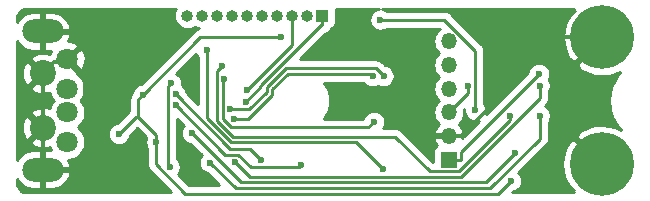
<source format=gbl>
G04 #@! TF.GenerationSoftware,KiCad,Pcbnew,(5.1.2-1)-1*
G04 #@! TF.CreationDate,2019-05-24T13:24:50+02:00*
G04 #@! TF.ProjectId,XoomFloppy,586f6f6d-466c-46f7-9070-792e6b696361,1.1*
G04 #@! TF.SameCoordinates,Original*
G04 #@! TF.FileFunction,Copper,L2,Bot*
G04 #@! TF.FilePolarity,Positive*
%FSLAX46Y46*%
G04 Gerber Fmt 4.6, Leading zero omitted, Abs format (unit mm)*
G04 Created by KiCad (PCBNEW (5.1.2-1)-1) date 2019-05-24 13:24:50*
%MOMM*%
%LPD*%
G04 APERTURE LIST*
%ADD10C,1.800000*%
%ADD11C,2.200000*%
%ADD12O,3.500000X2.000000*%
%ADD13C,5.400000*%
%ADD14R,1.350000X1.350000*%
%ADD15O,1.350000X1.350000*%
%ADD16R,1.000000X1.000000*%
%ADD17O,1.000000X1.000000*%
%ADD18C,0.700000*%
%ADD19C,0.600000*%
%ADD20C,0.350000*%
%ADD21C,0.250000*%
%ADD22C,0.254000*%
G04 APERTURE END LIST*
D10*
X105500000Y-81500000D03*
X105500000Y-79000000D03*
X105500000Y-77000000D03*
X105500000Y-74500000D03*
D11*
X103400000Y-80300000D03*
X103400000Y-75700000D03*
D12*
X103400000Y-83850000D03*
X103400000Y-72150000D03*
D13*
X150750000Y-83400000D03*
X150800000Y-72600000D03*
D14*
X137800000Y-83000000D03*
D15*
X137800000Y-81000000D03*
X137800000Y-79000000D03*
X137800000Y-77000000D03*
X137800000Y-75000000D03*
X137800000Y-73000000D03*
D16*
X127100000Y-70800000D03*
D17*
X125830000Y-70800000D03*
X124560000Y-70800000D03*
X123290000Y-70800000D03*
X122020000Y-70800000D03*
X120750000Y-70800000D03*
X119480000Y-70800000D03*
X118210000Y-70800000D03*
X116940000Y-70800000D03*
X115670000Y-70800000D03*
D18*
X106985000Y-78000000D03*
D19*
X116200000Y-76700000D03*
X117300000Y-84900000D03*
X121904900Y-83028200D03*
X114681700Y-77485800D03*
X125288500Y-83481400D03*
X114663000Y-78414100D03*
X120602900Y-78122400D03*
X120694400Y-77137000D03*
X145441800Y-75719200D03*
X139424000Y-76730000D03*
X116053000Y-80765900D03*
X143414700Y-82415200D03*
X117576900Y-83256300D03*
X145502900Y-79270000D03*
X145492400Y-76730000D03*
X119705600Y-83238600D03*
X118633400Y-75084500D03*
X142950800Y-79270000D03*
X132273700Y-75924700D03*
X119280200Y-78750800D03*
X131337000Y-75926400D03*
X119623100Y-79547300D03*
X131470200Y-79792100D03*
X118803300Y-76160000D03*
X143056200Y-84800000D03*
X123625100Y-72648600D03*
X113023400Y-81488100D03*
X111869600Y-77530000D03*
X109863200Y-80827800D03*
X114174300Y-83624600D03*
X114278400Y-76556600D03*
X131986600Y-71163400D03*
X140052800Y-78842300D03*
X132193700Y-83831900D03*
X117287900Y-73752300D03*
D20*
X105500000Y-74771400D02*
X104328600Y-74771400D01*
X104328600Y-74771400D02*
X103400000Y-75700000D01*
X106985000Y-78000000D02*
X106985000Y-76256400D01*
X106985000Y-76256400D02*
X105500000Y-74771400D01*
X105500000Y-74500000D02*
X105500000Y-74771400D01*
X103400000Y-75700000D02*
X103400000Y-80300000D01*
X137800000Y-81000000D02*
X138850300Y-81000000D01*
X150800000Y-72600000D02*
X147250300Y-72600000D01*
X147250300Y-72600000D02*
X138850300Y-81000000D01*
X103400000Y-80300000D02*
X103400000Y-83850000D01*
D21*
X114681700Y-77485800D02*
X119280400Y-82084500D01*
X119280400Y-82084500D02*
X120961200Y-82084500D01*
X120961200Y-82084500D02*
X121904900Y-83028200D01*
X125288500Y-83481400D02*
X125113400Y-83656500D01*
X125113400Y-83656500D02*
X121007900Y-83656500D01*
X121007900Y-83656500D02*
X119964700Y-82613300D01*
X119964700Y-82613300D02*
X118862200Y-82613300D01*
X118862200Y-82613300D02*
X114663000Y-78414100D01*
X127100000Y-71625300D02*
X126983100Y-71625300D01*
X126983100Y-71625300D02*
X121924100Y-76684300D01*
X121924100Y-76684300D02*
X121924100Y-76801200D01*
X121924100Y-76801200D02*
X120602900Y-78122400D01*
X127100000Y-70800000D02*
X127100000Y-71625300D01*
X120694400Y-77137000D02*
X124560000Y-73271400D01*
X124560000Y-73271400D02*
X124560000Y-70800000D01*
X145441800Y-75719200D02*
X138800300Y-82360700D01*
X138800300Y-82360700D02*
X138800300Y-83000000D01*
X137800000Y-83000000D02*
X138800300Y-83000000D01*
X137800000Y-79000000D02*
X139424000Y-77376000D01*
X139424000Y-77376000D02*
X139424000Y-76730000D01*
X143414700Y-82415200D02*
X140908600Y-84921300D01*
X140908600Y-84921300D02*
X120208400Y-84921300D01*
X120208400Y-84921300D02*
X116053000Y-80765900D01*
X117576900Y-83256300D02*
X119743800Y-85423200D01*
X119743800Y-85423200D02*
X141317100Y-85423200D01*
X141317100Y-85423200D02*
X145502900Y-81237400D01*
X145502900Y-81237400D02*
X145502900Y-79270000D01*
X119705600Y-83238600D02*
X120928700Y-84461700D01*
X120928700Y-84461700D02*
X138831800Y-84461700D01*
X138831800Y-84461700D02*
X145492400Y-77801100D01*
X145492400Y-77801100D02*
X145492400Y-76730000D01*
X142950800Y-79270000D02*
X142950800Y-79689500D01*
X142950800Y-79689500D02*
X138639900Y-84000400D01*
X138639900Y-84000400D02*
X136188600Y-84000400D01*
X136188600Y-84000400D02*
X133282300Y-81094100D01*
X133282300Y-81094100D02*
X119563800Y-81094100D01*
X119563800Y-81094100D02*
X118177900Y-79708200D01*
X118177900Y-79708200D02*
X118177900Y-75540000D01*
X118177900Y-75540000D02*
X118633400Y-75084500D01*
X132273700Y-75924700D02*
X131623400Y-75274400D01*
X131623400Y-75274400D02*
X123970900Y-75274400D01*
X123970900Y-75274400D02*
X122374400Y-76870900D01*
X122374400Y-76870900D02*
X122374400Y-77269000D01*
X122374400Y-77269000D02*
X120892600Y-78750800D01*
X120892600Y-78750800D02*
X119280200Y-78750800D01*
X119623100Y-79547300D02*
X120776800Y-79547300D01*
X120776800Y-79547300D02*
X122824700Y-77499400D01*
X122824700Y-77499400D02*
X122824700Y-77057500D01*
X122824700Y-77057500D02*
X124157500Y-75724700D01*
X124157500Y-75724700D02*
X131135300Y-75724700D01*
X131135300Y-75724700D02*
X131337000Y-75926400D01*
X131470200Y-79792100D02*
X130979700Y-80282600D01*
X130979700Y-80282600D02*
X119394500Y-80282600D01*
X119394500Y-80282600D02*
X118649600Y-79537700D01*
X118649600Y-79537700D02*
X118649600Y-76313700D01*
X118649600Y-76313700D02*
X118803300Y-76160000D01*
X113023400Y-81488100D02*
X113023400Y-83408800D01*
X113023400Y-83408800D02*
X115488200Y-85873600D01*
X115488200Y-85873600D02*
X141982600Y-85873600D01*
X141982600Y-85873600D02*
X143056200Y-84800000D01*
X111521200Y-79395700D02*
X113023400Y-80897900D01*
X113023400Y-80897900D02*
X113023400Y-81488100D01*
X111869600Y-77530000D02*
X116751000Y-72648600D01*
X116751000Y-72648600D02*
X123625100Y-72648600D01*
X111521200Y-79395700D02*
X111521200Y-77878400D01*
X111521200Y-77878400D02*
X111869600Y-77530000D01*
X111521200Y-79395700D02*
X111295300Y-79395700D01*
X111295300Y-79395700D02*
X109863200Y-80827800D01*
X114174300Y-83624600D02*
X114009700Y-83460000D01*
X114009700Y-83460000D02*
X114009700Y-76825300D01*
X114009700Y-76825300D02*
X114278400Y-76556600D01*
X131986600Y-71163400D02*
X137423700Y-71163400D01*
X137423700Y-71163400D02*
X140052800Y-73792500D01*
X140052800Y-73792500D02*
X140052800Y-78842300D01*
X117287900Y-73752300D02*
X117287900Y-79455100D01*
X117287900Y-79455100D02*
X119377300Y-81544500D01*
X119377300Y-81544500D02*
X129906300Y-81544500D01*
X129906300Y-81544500D02*
X132193700Y-83831900D01*
D22*
G36*
X114616324Y-70363553D02*
G01*
X114551423Y-70577501D01*
X114529509Y-70800000D01*
X114551423Y-71022499D01*
X114616324Y-71236447D01*
X114721716Y-71433623D01*
X114863551Y-71606449D01*
X115036377Y-71748284D01*
X115233553Y-71853676D01*
X115447501Y-71918577D01*
X115614248Y-71935000D01*
X115725752Y-71935000D01*
X115892499Y-71918577D01*
X116106447Y-71853676D01*
X116303623Y-71748284D01*
X116305000Y-71747154D01*
X116306377Y-71748284D01*
X116503553Y-71853676D01*
X116641962Y-71895662D01*
X116602014Y-71899597D01*
X116485304Y-71935000D01*
X116458753Y-71943054D01*
X116326723Y-72013626D01*
X116279268Y-72052572D01*
X116210999Y-72108599D01*
X116187201Y-72137597D01*
X111717952Y-76606847D01*
X111596871Y-76630932D01*
X111426711Y-76701414D01*
X111273572Y-76803738D01*
X111143338Y-76933972D01*
X111041014Y-77087111D01*
X110970532Y-77257271D01*
X110945819Y-77381511D01*
X110886226Y-77454124D01*
X110815654Y-77586154D01*
X110797764Y-77645133D01*
X110772198Y-77729414D01*
X110764977Y-77802729D01*
X110757524Y-77878400D01*
X110761201Y-77915732D01*
X110761200Y-78850856D01*
X110755299Y-78855699D01*
X110731501Y-78884697D01*
X109711551Y-79904647D01*
X109590471Y-79928732D01*
X109420311Y-79999214D01*
X109267172Y-80101538D01*
X109136938Y-80231772D01*
X109034614Y-80384911D01*
X108964132Y-80555071D01*
X108928200Y-80735711D01*
X108928200Y-80919889D01*
X108964132Y-81100529D01*
X109034614Y-81270689D01*
X109136938Y-81423828D01*
X109267172Y-81554062D01*
X109420311Y-81656386D01*
X109590471Y-81726868D01*
X109771111Y-81762800D01*
X109955289Y-81762800D01*
X110135929Y-81726868D01*
X110306089Y-81656386D01*
X110459228Y-81554062D01*
X110589462Y-81423828D01*
X110691786Y-81270689D01*
X110762268Y-81100529D01*
X110786353Y-80979449D01*
X111408250Y-80357551D01*
X112165846Y-81115147D01*
X112124332Y-81215371D01*
X112088400Y-81396011D01*
X112088400Y-81580189D01*
X112124332Y-81760829D01*
X112194814Y-81930989D01*
X112263400Y-82033636D01*
X112263401Y-83371468D01*
X112259724Y-83408800D01*
X112263401Y-83446133D01*
X112274398Y-83557786D01*
X112279961Y-83576124D01*
X112317854Y-83701046D01*
X112388426Y-83833076D01*
X112441158Y-83897329D01*
X112483400Y-83948801D01*
X112512398Y-83972599D01*
X114304798Y-85765000D01*
X102035945Y-85765000D01*
X101852098Y-85746974D01*
X101709822Y-85704018D01*
X101578608Y-85634250D01*
X101463439Y-85540321D01*
X101368708Y-85425810D01*
X101298025Y-85295085D01*
X101254078Y-85153116D01*
X101235000Y-84971599D01*
X101235000Y-84674251D01*
X101404078Y-84916317D01*
X101636046Y-85138895D01*
X101906980Y-85311942D01*
X102206468Y-85428807D01*
X102523000Y-85485000D01*
X103273000Y-85485000D01*
X103273000Y-83977000D01*
X103527000Y-83977000D01*
X103527000Y-85485000D01*
X104277000Y-85485000D01*
X104593532Y-85428807D01*
X104893020Y-85311942D01*
X105163954Y-85138895D01*
X105395922Y-84916317D01*
X105580010Y-84652761D01*
X105709144Y-84358355D01*
X105740124Y-84230434D01*
X105620777Y-83977000D01*
X103527000Y-83977000D01*
X103273000Y-83977000D01*
X103253000Y-83977000D01*
X103253000Y-83723000D01*
X103273000Y-83723000D01*
X103273000Y-82215000D01*
X102523000Y-82215000D01*
X102206468Y-82271193D01*
X101906980Y-82388058D01*
X101636046Y-82561105D01*
X101404078Y-82783683D01*
X101235000Y-83025749D01*
X101235000Y-80358639D01*
X101657591Y-80358639D01*
X101702511Y-80697439D01*
X101812664Y-81020966D01*
X101918662Y-81219274D01*
X102193288Y-81327107D01*
X103220395Y-80300000D01*
X102193288Y-79272893D01*
X101918662Y-79380726D01*
X101767784Y-79687384D01*
X101679631Y-80017585D01*
X101657591Y-80358639D01*
X101235000Y-80358639D01*
X101235000Y-75758639D01*
X101657591Y-75758639D01*
X101702511Y-76097439D01*
X101812664Y-76420966D01*
X101918662Y-76619274D01*
X102193288Y-76727107D01*
X103220395Y-75700000D01*
X102193288Y-74672893D01*
X101918662Y-74780726D01*
X101767784Y-75087384D01*
X101679631Y-75417585D01*
X101657591Y-75758639D01*
X101235000Y-75758639D01*
X101235000Y-74493288D01*
X102372893Y-74493288D01*
X103400000Y-75520395D01*
X103414143Y-75506253D01*
X103593748Y-75685858D01*
X103579605Y-75700000D01*
X103593748Y-75714143D01*
X103414143Y-75893748D01*
X103400000Y-75879605D01*
X102372893Y-76906712D01*
X102480726Y-77181338D01*
X102787384Y-77332216D01*
X103117585Y-77420369D01*
X103458639Y-77442409D01*
X103797439Y-77397489D01*
X104000257Y-77328434D01*
X104023989Y-77447743D01*
X104139701Y-77727095D01*
X104307688Y-77978505D01*
X104329183Y-78000000D01*
X104307688Y-78021495D01*
X104139701Y-78272905D01*
X104023989Y-78552257D01*
X104001595Y-78664842D01*
X103682415Y-78579631D01*
X103341361Y-78557591D01*
X103002561Y-78602511D01*
X102679034Y-78712664D01*
X102480726Y-78818662D01*
X102372893Y-79093288D01*
X103400000Y-80120395D01*
X103414143Y-80106253D01*
X103593748Y-80285858D01*
X103579605Y-80300000D01*
X103593748Y-80314143D01*
X103414143Y-80493748D01*
X103400000Y-80479605D01*
X102372893Y-81506712D01*
X102480726Y-81781338D01*
X102787384Y-81932216D01*
X103117585Y-82020369D01*
X103458639Y-82042409D01*
X103797439Y-81997489D01*
X104018887Y-81922092D01*
X104023989Y-81947743D01*
X104134691Y-82215000D01*
X103527000Y-82215000D01*
X103527000Y-83723000D01*
X105620777Y-83723000D01*
X105740124Y-83469566D01*
X105709144Y-83341645D01*
X105580010Y-83047239D01*
X105571461Y-83035000D01*
X105651184Y-83035000D01*
X105947743Y-82976011D01*
X106227095Y-82860299D01*
X106478505Y-82692312D01*
X106692312Y-82478505D01*
X106860299Y-82227095D01*
X106976011Y-81947743D01*
X107035000Y-81651184D01*
X107035000Y-81348816D01*
X106976011Y-81052257D01*
X106860299Y-80772905D01*
X106692312Y-80521495D01*
X106478505Y-80307688D01*
X106392169Y-80250000D01*
X106478505Y-80192312D01*
X106692312Y-79978505D01*
X106860299Y-79727095D01*
X106976011Y-79447743D01*
X107035000Y-79151184D01*
X107035000Y-78848816D01*
X106976011Y-78552257D01*
X106860299Y-78272905D01*
X106692312Y-78021495D01*
X106670817Y-78000000D01*
X106692312Y-77978505D01*
X106860299Y-77727095D01*
X106976011Y-77447743D01*
X107035000Y-77151184D01*
X107035000Y-76848816D01*
X106976011Y-76552257D01*
X106860299Y-76272905D01*
X106692312Y-76021495D01*
X106478505Y-75807688D01*
X106335690Y-75712262D01*
X106384475Y-75564080D01*
X105500000Y-74679605D01*
X105485858Y-74693748D01*
X105306253Y-74514143D01*
X105320395Y-74500000D01*
X105679605Y-74500000D01*
X106564080Y-75384475D01*
X106818261Y-75300792D01*
X106949158Y-75028225D01*
X107024365Y-74735358D01*
X107040991Y-74433447D01*
X106998397Y-74134093D01*
X106898222Y-73848801D01*
X106818261Y-73699208D01*
X106564080Y-73615525D01*
X105679605Y-74500000D01*
X105320395Y-74500000D01*
X105306253Y-74485858D01*
X105485858Y-74306253D01*
X105500000Y-74320395D01*
X106384475Y-73435920D01*
X106300792Y-73181739D01*
X106028225Y-73050842D01*
X105735358Y-72975635D01*
X105570379Y-72966550D01*
X105580010Y-72952761D01*
X105709144Y-72658355D01*
X105740124Y-72530434D01*
X105620777Y-72277000D01*
X103527000Y-72277000D01*
X103527000Y-73785000D01*
X104140538Y-73785000D01*
X104050842Y-73971775D01*
X104024665Y-74073712D01*
X104012616Y-74067784D01*
X103682415Y-73979631D01*
X103341361Y-73957591D01*
X103002561Y-74002511D01*
X102679034Y-74112664D01*
X102480726Y-74218662D01*
X102372893Y-74493288D01*
X101235000Y-74493288D01*
X101235000Y-72974251D01*
X101404078Y-73216317D01*
X101636046Y-73438895D01*
X101906980Y-73611942D01*
X102206468Y-73728807D01*
X102523000Y-73785000D01*
X103273000Y-73785000D01*
X103273000Y-72277000D01*
X103253000Y-72277000D01*
X103253000Y-72023000D01*
X103273000Y-72023000D01*
X103273000Y-70515000D01*
X103527000Y-70515000D01*
X103527000Y-72023000D01*
X105620777Y-72023000D01*
X105740124Y-71769566D01*
X105709144Y-71641645D01*
X105580010Y-71347239D01*
X105395922Y-71083683D01*
X105163954Y-70861105D01*
X104893020Y-70688058D01*
X104593532Y-70571193D01*
X104277000Y-70515000D01*
X103527000Y-70515000D01*
X103273000Y-70515000D01*
X102523000Y-70515000D01*
X102206468Y-70571193D01*
X101906980Y-70688058D01*
X101636046Y-70861105D01*
X101404078Y-71083683D01*
X101235000Y-71325749D01*
X101235000Y-71035945D01*
X101253026Y-70852098D01*
X101295982Y-70709822D01*
X101365750Y-70578608D01*
X101459680Y-70463439D01*
X101574187Y-70368709D01*
X101704916Y-70298024D01*
X101846883Y-70254078D01*
X102028401Y-70235000D01*
X114685037Y-70235000D01*
X114616324Y-70363553D01*
X114616324Y-70363553D01*
G37*
X114616324Y-70363553D02*
X114551423Y-70577501D01*
X114529509Y-70800000D01*
X114551423Y-71022499D01*
X114616324Y-71236447D01*
X114721716Y-71433623D01*
X114863551Y-71606449D01*
X115036377Y-71748284D01*
X115233553Y-71853676D01*
X115447501Y-71918577D01*
X115614248Y-71935000D01*
X115725752Y-71935000D01*
X115892499Y-71918577D01*
X116106447Y-71853676D01*
X116303623Y-71748284D01*
X116305000Y-71747154D01*
X116306377Y-71748284D01*
X116503553Y-71853676D01*
X116641962Y-71895662D01*
X116602014Y-71899597D01*
X116485304Y-71935000D01*
X116458753Y-71943054D01*
X116326723Y-72013626D01*
X116279268Y-72052572D01*
X116210999Y-72108599D01*
X116187201Y-72137597D01*
X111717952Y-76606847D01*
X111596871Y-76630932D01*
X111426711Y-76701414D01*
X111273572Y-76803738D01*
X111143338Y-76933972D01*
X111041014Y-77087111D01*
X110970532Y-77257271D01*
X110945819Y-77381511D01*
X110886226Y-77454124D01*
X110815654Y-77586154D01*
X110797764Y-77645133D01*
X110772198Y-77729414D01*
X110764977Y-77802729D01*
X110757524Y-77878400D01*
X110761201Y-77915732D01*
X110761200Y-78850856D01*
X110755299Y-78855699D01*
X110731501Y-78884697D01*
X109711551Y-79904647D01*
X109590471Y-79928732D01*
X109420311Y-79999214D01*
X109267172Y-80101538D01*
X109136938Y-80231772D01*
X109034614Y-80384911D01*
X108964132Y-80555071D01*
X108928200Y-80735711D01*
X108928200Y-80919889D01*
X108964132Y-81100529D01*
X109034614Y-81270689D01*
X109136938Y-81423828D01*
X109267172Y-81554062D01*
X109420311Y-81656386D01*
X109590471Y-81726868D01*
X109771111Y-81762800D01*
X109955289Y-81762800D01*
X110135929Y-81726868D01*
X110306089Y-81656386D01*
X110459228Y-81554062D01*
X110589462Y-81423828D01*
X110691786Y-81270689D01*
X110762268Y-81100529D01*
X110786353Y-80979449D01*
X111408250Y-80357551D01*
X112165846Y-81115147D01*
X112124332Y-81215371D01*
X112088400Y-81396011D01*
X112088400Y-81580189D01*
X112124332Y-81760829D01*
X112194814Y-81930989D01*
X112263400Y-82033636D01*
X112263401Y-83371468D01*
X112259724Y-83408800D01*
X112263401Y-83446133D01*
X112274398Y-83557786D01*
X112279961Y-83576124D01*
X112317854Y-83701046D01*
X112388426Y-83833076D01*
X112441158Y-83897329D01*
X112483400Y-83948801D01*
X112512398Y-83972599D01*
X114304798Y-85765000D01*
X102035945Y-85765000D01*
X101852098Y-85746974D01*
X101709822Y-85704018D01*
X101578608Y-85634250D01*
X101463439Y-85540321D01*
X101368708Y-85425810D01*
X101298025Y-85295085D01*
X101254078Y-85153116D01*
X101235000Y-84971599D01*
X101235000Y-84674251D01*
X101404078Y-84916317D01*
X101636046Y-85138895D01*
X101906980Y-85311942D01*
X102206468Y-85428807D01*
X102523000Y-85485000D01*
X103273000Y-85485000D01*
X103273000Y-83977000D01*
X103527000Y-83977000D01*
X103527000Y-85485000D01*
X104277000Y-85485000D01*
X104593532Y-85428807D01*
X104893020Y-85311942D01*
X105163954Y-85138895D01*
X105395922Y-84916317D01*
X105580010Y-84652761D01*
X105709144Y-84358355D01*
X105740124Y-84230434D01*
X105620777Y-83977000D01*
X103527000Y-83977000D01*
X103273000Y-83977000D01*
X103253000Y-83977000D01*
X103253000Y-83723000D01*
X103273000Y-83723000D01*
X103273000Y-82215000D01*
X102523000Y-82215000D01*
X102206468Y-82271193D01*
X101906980Y-82388058D01*
X101636046Y-82561105D01*
X101404078Y-82783683D01*
X101235000Y-83025749D01*
X101235000Y-80358639D01*
X101657591Y-80358639D01*
X101702511Y-80697439D01*
X101812664Y-81020966D01*
X101918662Y-81219274D01*
X102193288Y-81327107D01*
X103220395Y-80300000D01*
X102193288Y-79272893D01*
X101918662Y-79380726D01*
X101767784Y-79687384D01*
X101679631Y-80017585D01*
X101657591Y-80358639D01*
X101235000Y-80358639D01*
X101235000Y-75758639D01*
X101657591Y-75758639D01*
X101702511Y-76097439D01*
X101812664Y-76420966D01*
X101918662Y-76619274D01*
X102193288Y-76727107D01*
X103220395Y-75700000D01*
X102193288Y-74672893D01*
X101918662Y-74780726D01*
X101767784Y-75087384D01*
X101679631Y-75417585D01*
X101657591Y-75758639D01*
X101235000Y-75758639D01*
X101235000Y-74493288D01*
X102372893Y-74493288D01*
X103400000Y-75520395D01*
X103414143Y-75506253D01*
X103593748Y-75685858D01*
X103579605Y-75700000D01*
X103593748Y-75714143D01*
X103414143Y-75893748D01*
X103400000Y-75879605D01*
X102372893Y-76906712D01*
X102480726Y-77181338D01*
X102787384Y-77332216D01*
X103117585Y-77420369D01*
X103458639Y-77442409D01*
X103797439Y-77397489D01*
X104000257Y-77328434D01*
X104023989Y-77447743D01*
X104139701Y-77727095D01*
X104307688Y-77978505D01*
X104329183Y-78000000D01*
X104307688Y-78021495D01*
X104139701Y-78272905D01*
X104023989Y-78552257D01*
X104001595Y-78664842D01*
X103682415Y-78579631D01*
X103341361Y-78557591D01*
X103002561Y-78602511D01*
X102679034Y-78712664D01*
X102480726Y-78818662D01*
X102372893Y-79093288D01*
X103400000Y-80120395D01*
X103414143Y-80106253D01*
X103593748Y-80285858D01*
X103579605Y-80300000D01*
X103593748Y-80314143D01*
X103414143Y-80493748D01*
X103400000Y-80479605D01*
X102372893Y-81506712D01*
X102480726Y-81781338D01*
X102787384Y-81932216D01*
X103117585Y-82020369D01*
X103458639Y-82042409D01*
X103797439Y-81997489D01*
X104018887Y-81922092D01*
X104023989Y-81947743D01*
X104134691Y-82215000D01*
X103527000Y-82215000D01*
X103527000Y-83723000D01*
X105620777Y-83723000D01*
X105740124Y-83469566D01*
X105709144Y-83341645D01*
X105580010Y-83047239D01*
X105571461Y-83035000D01*
X105651184Y-83035000D01*
X105947743Y-82976011D01*
X106227095Y-82860299D01*
X106478505Y-82692312D01*
X106692312Y-82478505D01*
X106860299Y-82227095D01*
X106976011Y-81947743D01*
X107035000Y-81651184D01*
X107035000Y-81348816D01*
X106976011Y-81052257D01*
X106860299Y-80772905D01*
X106692312Y-80521495D01*
X106478505Y-80307688D01*
X106392169Y-80250000D01*
X106478505Y-80192312D01*
X106692312Y-79978505D01*
X106860299Y-79727095D01*
X106976011Y-79447743D01*
X107035000Y-79151184D01*
X107035000Y-78848816D01*
X106976011Y-78552257D01*
X106860299Y-78272905D01*
X106692312Y-78021495D01*
X106670817Y-78000000D01*
X106692312Y-77978505D01*
X106860299Y-77727095D01*
X106976011Y-77447743D01*
X107035000Y-77151184D01*
X107035000Y-76848816D01*
X106976011Y-76552257D01*
X106860299Y-76272905D01*
X106692312Y-76021495D01*
X106478505Y-75807688D01*
X106335690Y-75712262D01*
X106384475Y-75564080D01*
X105500000Y-74679605D01*
X105485858Y-74693748D01*
X105306253Y-74514143D01*
X105320395Y-74500000D01*
X105679605Y-74500000D01*
X106564080Y-75384475D01*
X106818261Y-75300792D01*
X106949158Y-75028225D01*
X107024365Y-74735358D01*
X107040991Y-74433447D01*
X106998397Y-74134093D01*
X106898222Y-73848801D01*
X106818261Y-73699208D01*
X106564080Y-73615525D01*
X105679605Y-74500000D01*
X105320395Y-74500000D01*
X105306253Y-74485858D01*
X105485858Y-74306253D01*
X105500000Y-74320395D01*
X106384475Y-73435920D01*
X106300792Y-73181739D01*
X106028225Y-73050842D01*
X105735358Y-72975635D01*
X105570379Y-72966550D01*
X105580010Y-72952761D01*
X105709144Y-72658355D01*
X105740124Y-72530434D01*
X105620777Y-72277000D01*
X103527000Y-72277000D01*
X103527000Y-73785000D01*
X104140538Y-73785000D01*
X104050842Y-73971775D01*
X104024665Y-74073712D01*
X104012616Y-74067784D01*
X103682415Y-73979631D01*
X103341361Y-73957591D01*
X103002561Y-74002511D01*
X102679034Y-74112664D01*
X102480726Y-74218662D01*
X102372893Y-74493288D01*
X101235000Y-74493288D01*
X101235000Y-72974251D01*
X101404078Y-73216317D01*
X101636046Y-73438895D01*
X101906980Y-73611942D01*
X102206468Y-73728807D01*
X102523000Y-73785000D01*
X103273000Y-73785000D01*
X103273000Y-72277000D01*
X103253000Y-72277000D01*
X103253000Y-72023000D01*
X103273000Y-72023000D01*
X103273000Y-70515000D01*
X103527000Y-70515000D01*
X103527000Y-72023000D01*
X105620777Y-72023000D01*
X105740124Y-71769566D01*
X105709144Y-71641645D01*
X105580010Y-71347239D01*
X105395922Y-71083683D01*
X105163954Y-70861105D01*
X104893020Y-70688058D01*
X104593532Y-70571193D01*
X104277000Y-70515000D01*
X103527000Y-70515000D01*
X103273000Y-70515000D01*
X102523000Y-70515000D01*
X102206468Y-70571193D01*
X101906980Y-70688058D01*
X101636046Y-70861105D01*
X101404078Y-71083683D01*
X101235000Y-71325749D01*
X101235000Y-71035945D01*
X101253026Y-70852098D01*
X101295982Y-70709822D01*
X101365750Y-70578608D01*
X101459680Y-70463439D01*
X101574187Y-70368709D01*
X101704916Y-70298024D01*
X101846883Y-70254078D01*
X102028401Y-70235000D01*
X114685037Y-70235000D01*
X114616324Y-70363553D01*
G36*
X148341019Y-70320627D02*
G01*
X148454624Y-70434232D01*
X148016172Y-70734411D01*
X147705704Y-71313356D01*
X147514148Y-71941746D01*
X147448866Y-72595431D01*
X147512366Y-73249293D01*
X147702208Y-73878203D01*
X148011096Y-74457992D01*
X148016172Y-74465589D01*
X148454626Y-74765769D01*
X150620395Y-72600000D01*
X150606253Y-72585858D01*
X150785858Y-72406253D01*
X150800000Y-72420395D01*
X150814143Y-72406253D01*
X150993748Y-72585858D01*
X150979605Y-72600000D01*
X150993748Y-72614143D01*
X150814143Y-72793748D01*
X150800000Y-72779605D01*
X148634231Y-74945374D01*
X148934411Y-75383828D01*
X149513356Y-75694296D01*
X150141746Y-75885852D01*
X150795431Y-75951134D01*
X151449293Y-75887634D01*
X152078203Y-75697792D01*
X152299253Y-75580026D01*
X152000569Y-75951513D01*
X151964056Y-76007311D01*
X151926841Y-76062484D01*
X151922026Y-76071540D01*
X151922023Y-76071544D01*
X151922023Y-76071545D01*
X151659807Y-76573119D01*
X151634836Y-76634924D01*
X151609038Y-76696295D01*
X151606071Y-76706119D01*
X151446271Y-77249073D01*
X151433777Y-77314572D01*
X151420394Y-77379767D01*
X151419392Y-77389980D01*
X151368096Y-77953632D01*
X151368561Y-78020247D01*
X151368096Y-78086861D01*
X151369097Y-78097074D01*
X151428258Y-78659954D01*
X151441664Y-78725261D01*
X151454137Y-78790647D01*
X151457102Y-78800471D01*
X151624468Y-79341141D01*
X151650298Y-79402588D01*
X151675238Y-79464318D01*
X151680055Y-79473379D01*
X151949249Y-79971243D01*
X151986529Y-80026513D01*
X152022978Y-80082213D01*
X152029464Y-80090166D01*
X152344230Y-80470651D01*
X152036644Y-80305704D01*
X151408254Y-80114148D01*
X150754569Y-80048866D01*
X150100707Y-80112366D01*
X149471797Y-80302208D01*
X148892008Y-80611096D01*
X148884411Y-80616172D01*
X148584231Y-81054626D01*
X150750000Y-83220395D01*
X150764143Y-83206253D01*
X150943748Y-83385858D01*
X150929605Y-83400000D01*
X150943748Y-83414143D01*
X150764143Y-83593748D01*
X150750000Y-83579605D01*
X150735858Y-83593748D01*
X150556253Y-83414143D01*
X150570395Y-83400000D01*
X148404626Y-81234231D01*
X147966172Y-81534411D01*
X147655704Y-82113356D01*
X147464148Y-82741746D01*
X147398866Y-83395431D01*
X147462366Y-84049293D01*
X147652208Y-84678203D01*
X147961096Y-85257992D01*
X147966172Y-85265589D01*
X148404624Y-85565768D01*
X148291019Y-85679373D01*
X148376646Y-85765000D01*
X143166002Y-85765000D01*
X143207849Y-85723153D01*
X143328929Y-85699068D01*
X143499089Y-85628586D01*
X143652228Y-85526262D01*
X143782462Y-85396028D01*
X143884786Y-85242889D01*
X143955268Y-85072729D01*
X143991200Y-84892089D01*
X143991200Y-84707911D01*
X143955268Y-84527271D01*
X143884786Y-84357111D01*
X143782462Y-84203972D01*
X143696796Y-84118306D01*
X146013904Y-81801198D01*
X146042901Y-81777401D01*
X146082562Y-81729074D01*
X146137874Y-81661677D01*
X146208446Y-81529647D01*
X146213276Y-81513723D01*
X146251903Y-81386386D01*
X146262900Y-81274733D01*
X146262900Y-81274724D01*
X146266576Y-81237401D01*
X146262900Y-81200078D01*
X146262900Y-79815535D01*
X146331486Y-79712889D01*
X146401968Y-79542729D01*
X146437900Y-79362089D01*
X146437900Y-79177911D01*
X146401968Y-78997271D01*
X146331486Y-78827111D01*
X146229162Y-78673972D01*
X146098928Y-78543738D01*
X145945789Y-78441414D01*
X145932424Y-78435878D01*
X146003404Y-78364898D01*
X146032401Y-78341101D01*
X146127374Y-78225376D01*
X146197946Y-78093347D01*
X146241403Y-77950086D01*
X146252400Y-77838433D01*
X146252400Y-77838423D01*
X146256076Y-77801100D01*
X146252400Y-77763777D01*
X146252400Y-77275535D01*
X146320986Y-77172889D01*
X146391468Y-77002729D01*
X146427400Y-76822089D01*
X146427400Y-76637911D01*
X146391468Y-76457271D01*
X146320986Y-76287111D01*
X146253918Y-76186736D01*
X146270386Y-76162089D01*
X146340868Y-75991929D01*
X146376800Y-75811289D01*
X146376800Y-75627111D01*
X146340868Y-75446471D01*
X146270386Y-75276311D01*
X146168062Y-75123172D01*
X146037828Y-74992938D01*
X145884689Y-74890614D01*
X145714529Y-74820132D01*
X145533889Y-74784200D01*
X145349711Y-74784200D01*
X145169071Y-74820132D01*
X144998911Y-74890614D01*
X144845772Y-74992938D01*
X144715538Y-75123172D01*
X144613214Y-75276311D01*
X144542732Y-75446471D01*
X144518648Y-75567549D01*
X140938220Y-79147978D01*
X140951868Y-79115029D01*
X140987800Y-78934389D01*
X140987800Y-78750211D01*
X140951868Y-78569571D01*
X140881386Y-78399411D01*
X140812800Y-78296765D01*
X140812800Y-73829823D01*
X140816476Y-73792500D01*
X140812800Y-73755177D01*
X140812800Y-73755167D01*
X140801803Y-73643514D01*
X140758346Y-73500253D01*
X140736859Y-73460054D01*
X140687774Y-73368223D01*
X140616599Y-73281497D01*
X140592801Y-73252499D01*
X140563804Y-73228702D01*
X137987504Y-70652403D01*
X137963701Y-70623399D01*
X137847976Y-70528426D01*
X137715947Y-70457854D01*
X137572686Y-70414397D01*
X137461033Y-70403400D01*
X137461022Y-70403400D01*
X137423700Y-70399724D01*
X137386378Y-70403400D01*
X132532135Y-70403400D01*
X132429489Y-70334814D01*
X132259329Y-70264332D01*
X132111869Y-70235000D01*
X148426646Y-70235000D01*
X148341019Y-70320627D01*
X148341019Y-70320627D01*
G37*
X148341019Y-70320627D02*
X148454624Y-70434232D01*
X148016172Y-70734411D01*
X147705704Y-71313356D01*
X147514148Y-71941746D01*
X147448866Y-72595431D01*
X147512366Y-73249293D01*
X147702208Y-73878203D01*
X148011096Y-74457992D01*
X148016172Y-74465589D01*
X148454626Y-74765769D01*
X150620395Y-72600000D01*
X150606253Y-72585858D01*
X150785858Y-72406253D01*
X150800000Y-72420395D01*
X150814143Y-72406253D01*
X150993748Y-72585858D01*
X150979605Y-72600000D01*
X150993748Y-72614143D01*
X150814143Y-72793748D01*
X150800000Y-72779605D01*
X148634231Y-74945374D01*
X148934411Y-75383828D01*
X149513356Y-75694296D01*
X150141746Y-75885852D01*
X150795431Y-75951134D01*
X151449293Y-75887634D01*
X152078203Y-75697792D01*
X152299253Y-75580026D01*
X152000569Y-75951513D01*
X151964056Y-76007311D01*
X151926841Y-76062484D01*
X151922026Y-76071540D01*
X151922023Y-76071544D01*
X151922023Y-76071545D01*
X151659807Y-76573119D01*
X151634836Y-76634924D01*
X151609038Y-76696295D01*
X151606071Y-76706119D01*
X151446271Y-77249073D01*
X151433777Y-77314572D01*
X151420394Y-77379767D01*
X151419392Y-77389980D01*
X151368096Y-77953632D01*
X151368561Y-78020247D01*
X151368096Y-78086861D01*
X151369097Y-78097074D01*
X151428258Y-78659954D01*
X151441664Y-78725261D01*
X151454137Y-78790647D01*
X151457102Y-78800471D01*
X151624468Y-79341141D01*
X151650298Y-79402588D01*
X151675238Y-79464318D01*
X151680055Y-79473379D01*
X151949249Y-79971243D01*
X151986529Y-80026513D01*
X152022978Y-80082213D01*
X152029464Y-80090166D01*
X152344230Y-80470651D01*
X152036644Y-80305704D01*
X151408254Y-80114148D01*
X150754569Y-80048866D01*
X150100707Y-80112366D01*
X149471797Y-80302208D01*
X148892008Y-80611096D01*
X148884411Y-80616172D01*
X148584231Y-81054626D01*
X150750000Y-83220395D01*
X150764143Y-83206253D01*
X150943748Y-83385858D01*
X150929605Y-83400000D01*
X150943748Y-83414143D01*
X150764143Y-83593748D01*
X150750000Y-83579605D01*
X150735858Y-83593748D01*
X150556253Y-83414143D01*
X150570395Y-83400000D01*
X148404626Y-81234231D01*
X147966172Y-81534411D01*
X147655704Y-82113356D01*
X147464148Y-82741746D01*
X147398866Y-83395431D01*
X147462366Y-84049293D01*
X147652208Y-84678203D01*
X147961096Y-85257992D01*
X147966172Y-85265589D01*
X148404624Y-85565768D01*
X148291019Y-85679373D01*
X148376646Y-85765000D01*
X143166002Y-85765000D01*
X143207849Y-85723153D01*
X143328929Y-85699068D01*
X143499089Y-85628586D01*
X143652228Y-85526262D01*
X143782462Y-85396028D01*
X143884786Y-85242889D01*
X143955268Y-85072729D01*
X143991200Y-84892089D01*
X143991200Y-84707911D01*
X143955268Y-84527271D01*
X143884786Y-84357111D01*
X143782462Y-84203972D01*
X143696796Y-84118306D01*
X146013904Y-81801198D01*
X146042901Y-81777401D01*
X146082562Y-81729074D01*
X146137874Y-81661677D01*
X146208446Y-81529647D01*
X146213276Y-81513723D01*
X146251903Y-81386386D01*
X146262900Y-81274733D01*
X146262900Y-81274724D01*
X146266576Y-81237401D01*
X146262900Y-81200078D01*
X146262900Y-79815535D01*
X146331486Y-79712889D01*
X146401968Y-79542729D01*
X146437900Y-79362089D01*
X146437900Y-79177911D01*
X146401968Y-78997271D01*
X146331486Y-78827111D01*
X146229162Y-78673972D01*
X146098928Y-78543738D01*
X145945789Y-78441414D01*
X145932424Y-78435878D01*
X146003404Y-78364898D01*
X146032401Y-78341101D01*
X146127374Y-78225376D01*
X146197946Y-78093347D01*
X146241403Y-77950086D01*
X146252400Y-77838433D01*
X146252400Y-77838423D01*
X146256076Y-77801100D01*
X146252400Y-77763777D01*
X146252400Y-77275535D01*
X146320986Y-77172889D01*
X146391468Y-77002729D01*
X146427400Y-76822089D01*
X146427400Y-76637911D01*
X146391468Y-76457271D01*
X146320986Y-76287111D01*
X146253918Y-76186736D01*
X146270386Y-76162089D01*
X146340868Y-75991929D01*
X146376800Y-75811289D01*
X146376800Y-75627111D01*
X146340868Y-75446471D01*
X146270386Y-75276311D01*
X146168062Y-75123172D01*
X146037828Y-74992938D01*
X145884689Y-74890614D01*
X145714529Y-74820132D01*
X145533889Y-74784200D01*
X145349711Y-74784200D01*
X145169071Y-74820132D01*
X144998911Y-74890614D01*
X144845772Y-74992938D01*
X144715538Y-75123172D01*
X144613214Y-75276311D01*
X144542732Y-75446471D01*
X144518648Y-75567549D01*
X140938220Y-79147978D01*
X140951868Y-79115029D01*
X140987800Y-78934389D01*
X140987800Y-78750211D01*
X140951868Y-78569571D01*
X140881386Y-78399411D01*
X140812800Y-78296765D01*
X140812800Y-73829823D01*
X140816476Y-73792500D01*
X140812800Y-73755177D01*
X140812800Y-73755167D01*
X140801803Y-73643514D01*
X140758346Y-73500253D01*
X140736859Y-73460054D01*
X140687774Y-73368223D01*
X140616599Y-73281497D01*
X140592801Y-73252499D01*
X140563804Y-73228702D01*
X137987504Y-70652403D01*
X137963701Y-70623399D01*
X137847976Y-70528426D01*
X137715947Y-70457854D01*
X137572686Y-70414397D01*
X137461033Y-70403400D01*
X137461022Y-70403400D01*
X137423700Y-70399724D01*
X137386378Y-70403400D01*
X132532135Y-70403400D01*
X132429489Y-70334814D01*
X132259329Y-70264332D01*
X132111869Y-70235000D01*
X148426646Y-70235000D01*
X148341019Y-70320627D01*
G36*
X115335354Y-80161256D02*
G01*
X115326738Y-80169872D01*
X115224414Y-80323011D01*
X115153932Y-80493171D01*
X115118000Y-80673811D01*
X115118000Y-80857989D01*
X115153932Y-81038629D01*
X115224414Y-81208789D01*
X115326738Y-81361928D01*
X115456972Y-81492162D01*
X115610111Y-81594486D01*
X115780271Y-81664968D01*
X115901352Y-81689053D01*
X116861604Y-82649306D01*
X116850638Y-82660272D01*
X116748314Y-82813411D01*
X116677832Y-82983571D01*
X116641900Y-83164211D01*
X116641900Y-83348389D01*
X116677832Y-83529029D01*
X116748314Y-83699189D01*
X116850638Y-83852328D01*
X116980872Y-83982562D01*
X117134011Y-84084886D01*
X117304171Y-84155368D01*
X117425252Y-84179453D01*
X118359398Y-85113600D01*
X115803002Y-85113600D01*
X114904354Y-84214953D01*
X115002886Y-84067489D01*
X115073368Y-83897329D01*
X115109300Y-83716689D01*
X115109300Y-83532511D01*
X115073368Y-83351871D01*
X115002886Y-83181711D01*
X114900562Y-83028572D01*
X114770328Y-82898338D01*
X114769700Y-82897918D01*
X114769700Y-79595601D01*
X115335354Y-80161256D01*
X115335354Y-80161256D01*
G37*
X115335354Y-80161256D02*
X115326738Y-80169872D01*
X115224414Y-80323011D01*
X115153932Y-80493171D01*
X115118000Y-80673811D01*
X115118000Y-80857989D01*
X115153932Y-81038629D01*
X115224414Y-81208789D01*
X115326738Y-81361928D01*
X115456972Y-81492162D01*
X115610111Y-81594486D01*
X115780271Y-81664968D01*
X115901352Y-81689053D01*
X116861604Y-82649306D01*
X116850638Y-82660272D01*
X116748314Y-82813411D01*
X116677832Y-82983571D01*
X116641900Y-83164211D01*
X116641900Y-83348389D01*
X116677832Y-83529029D01*
X116748314Y-83699189D01*
X116850638Y-83852328D01*
X116980872Y-83982562D01*
X117134011Y-84084886D01*
X117304171Y-84155368D01*
X117425252Y-84179453D01*
X118359398Y-85113600D01*
X115803002Y-85113600D01*
X114904354Y-84214953D01*
X115002886Y-84067489D01*
X115073368Y-83897329D01*
X115109300Y-83716689D01*
X115109300Y-83532511D01*
X115073368Y-83351871D01*
X115002886Y-83181711D01*
X114900562Y-83028572D01*
X114770328Y-82898338D01*
X114769700Y-82897918D01*
X114769700Y-79595601D01*
X115335354Y-80161256D01*
G36*
X131713871Y-70264332D02*
G01*
X131543711Y-70334814D01*
X131390572Y-70437138D01*
X131260338Y-70567372D01*
X131158014Y-70720511D01*
X131087532Y-70890671D01*
X131051600Y-71071311D01*
X131051600Y-71255489D01*
X131087532Y-71436129D01*
X131158014Y-71606289D01*
X131260338Y-71759428D01*
X131390572Y-71889662D01*
X131543711Y-71991986D01*
X131713871Y-72062468D01*
X131894511Y-72098400D01*
X132078689Y-72098400D01*
X132259329Y-72062468D01*
X132429489Y-71991986D01*
X132532135Y-71923400D01*
X137046877Y-71923400D01*
X136869208Y-72069208D01*
X136705505Y-72268682D01*
X136583862Y-72496259D01*
X136508955Y-72743195D01*
X136483662Y-73000000D01*
X136508955Y-73256805D01*
X136583862Y-73503741D01*
X136705505Y-73731318D01*
X136869208Y-73930792D01*
X136953539Y-74000000D01*
X136869208Y-74069208D01*
X136705505Y-74268682D01*
X136583862Y-74496259D01*
X136508955Y-74743195D01*
X136483662Y-75000000D01*
X136508955Y-75256805D01*
X136583862Y-75503741D01*
X136705505Y-75731318D01*
X136869208Y-75930792D01*
X136953539Y-76000000D01*
X136869208Y-76069208D01*
X136705505Y-76268682D01*
X136583862Y-76496259D01*
X136508955Y-76743195D01*
X136483662Y-77000000D01*
X136508955Y-77256805D01*
X136583862Y-77503741D01*
X136705505Y-77731318D01*
X136869208Y-77930792D01*
X136953539Y-78000000D01*
X136869208Y-78069208D01*
X136705505Y-78268682D01*
X136583862Y-78496259D01*
X136508955Y-78743195D01*
X136483662Y-79000000D01*
X136508955Y-79256805D01*
X136583862Y-79503741D01*
X136705505Y-79731318D01*
X136869208Y-79930792D01*
X136957648Y-80003372D01*
X136821697Y-80128773D01*
X136670527Y-80336371D01*
X136562762Y-80569472D01*
X136532090Y-80670600D01*
X136655776Y-80873000D01*
X137673000Y-80873000D01*
X137673000Y-80853000D01*
X137927000Y-80853000D01*
X137927000Y-80873000D01*
X137947000Y-80873000D01*
X137947000Y-81127000D01*
X137927000Y-81127000D01*
X137927000Y-81147000D01*
X137673000Y-81147000D01*
X137673000Y-81127000D01*
X136655776Y-81127000D01*
X136532090Y-81329400D01*
X136562762Y-81430528D01*
X136670527Y-81663629D01*
X136767559Y-81796881D01*
X136673815Y-81873815D01*
X136594463Y-81970506D01*
X136535498Y-82080820D01*
X136499188Y-82200518D01*
X136486928Y-82325000D01*
X136486928Y-83223926D01*
X133846104Y-80583103D01*
X133822301Y-80554099D01*
X133706576Y-80459126D01*
X133574547Y-80388554D01*
X133431286Y-80345097D01*
X133319633Y-80334100D01*
X133319622Y-80334100D01*
X133282300Y-80330424D01*
X133244978Y-80334100D01*
X132232562Y-80334100D01*
X132298786Y-80234989D01*
X132369268Y-80064829D01*
X132405200Y-79884189D01*
X132405200Y-79700011D01*
X132369268Y-79519371D01*
X132298786Y-79349211D01*
X132196462Y-79196072D01*
X132066228Y-79065838D01*
X131913089Y-78963514D01*
X131742929Y-78893032D01*
X131562289Y-78857100D01*
X131378111Y-78857100D01*
X131197471Y-78893032D01*
X131027311Y-78963514D01*
X130874172Y-79065838D01*
X130743938Y-79196072D01*
X130641614Y-79349211D01*
X130571132Y-79519371D01*
X130570490Y-79522600D01*
X127251719Y-79522600D01*
X127435107Y-79248141D01*
X127633739Y-78768601D01*
X127735000Y-78259525D01*
X127735000Y-77740475D01*
X127633739Y-77231399D01*
X127435107Y-76751859D01*
X127256597Y-76484700D01*
X130585529Y-76484700D01*
X130610738Y-76522428D01*
X130740972Y-76652662D01*
X130894111Y-76754986D01*
X131064271Y-76825468D01*
X131244911Y-76861400D01*
X131429089Y-76861400D01*
X131609729Y-76825468D01*
X131779889Y-76754986D01*
X131806622Y-76737124D01*
X131830811Y-76753286D01*
X132000971Y-76823768D01*
X132181611Y-76859700D01*
X132365789Y-76859700D01*
X132546429Y-76823768D01*
X132716589Y-76753286D01*
X132869728Y-76650962D01*
X132999962Y-76520728D01*
X133102286Y-76367589D01*
X133172768Y-76197429D01*
X133208700Y-76016789D01*
X133208700Y-75832611D01*
X133172768Y-75651971D01*
X133102286Y-75481811D01*
X132999962Y-75328672D01*
X132869728Y-75198438D01*
X132716589Y-75096114D01*
X132546429Y-75025632D01*
X132425349Y-75001547D01*
X132187203Y-74763402D01*
X132163401Y-74734399D01*
X132047676Y-74639426D01*
X131915647Y-74568854D01*
X131772386Y-74525397D01*
X131660733Y-74514400D01*
X131660722Y-74514400D01*
X131623400Y-74510724D01*
X131586078Y-74514400D01*
X125168802Y-74514400D01*
X127334988Y-72348215D01*
X127392247Y-72330846D01*
X127524276Y-72260274D01*
X127640001Y-72165301D01*
X127734974Y-72049576D01*
X127805546Y-71917547D01*
X127811000Y-71899567D01*
X127844180Y-71889502D01*
X127954494Y-71830537D01*
X128051185Y-71751185D01*
X128130537Y-71654494D01*
X128189502Y-71544180D01*
X128225812Y-71424482D01*
X128238072Y-71300000D01*
X128238072Y-70300000D01*
X128231670Y-70235000D01*
X131861331Y-70235000D01*
X131713871Y-70264332D01*
X131713871Y-70264332D01*
G37*
X131713871Y-70264332D02*
X131543711Y-70334814D01*
X131390572Y-70437138D01*
X131260338Y-70567372D01*
X131158014Y-70720511D01*
X131087532Y-70890671D01*
X131051600Y-71071311D01*
X131051600Y-71255489D01*
X131087532Y-71436129D01*
X131158014Y-71606289D01*
X131260338Y-71759428D01*
X131390572Y-71889662D01*
X131543711Y-71991986D01*
X131713871Y-72062468D01*
X131894511Y-72098400D01*
X132078689Y-72098400D01*
X132259329Y-72062468D01*
X132429489Y-71991986D01*
X132532135Y-71923400D01*
X137046877Y-71923400D01*
X136869208Y-72069208D01*
X136705505Y-72268682D01*
X136583862Y-72496259D01*
X136508955Y-72743195D01*
X136483662Y-73000000D01*
X136508955Y-73256805D01*
X136583862Y-73503741D01*
X136705505Y-73731318D01*
X136869208Y-73930792D01*
X136953539Y-74000000D01*
X136869208Y-74069208D01*
X136705505Y-74268682D01*
X136583862Y-74496259D01*
X136508955Y-74743195D01*
X136483662Y-75000000D01*
X136508955Y-75256805D01*
X136583862Y-75503741D01*
X136705505Y-75731318D01*
X136869208Y-75930792D01*
X136953539Y-76000000D01*
X136869208Y-76069208D01*
X136705505Y-76268682D01*
X136583862Y-76496259D01*
X136508955Y-76743195D01*
X136483662Y-77000000D01*
X136508955Y-77256805D01*
X136583862Y-77503741D01*
X136705505Y-77731318D01*
X136869208Y-77930792D01*
X136953539Y-78000000D01*
X136869208Y-78069208D01*
X136705505Y-78268682D01*
X136583862Y-78496259D01*
X136508955Y-78743195D01*
X136483662Y-79000000D01*
X136508955Y-79256805D01*
X136583862Y-79503741D01*
X136705505Y-79731318D01*
X136869208Y-79930792D01*
X136957648Y-80003372D01*
X136821697Y-80128773D01*
X136670527Y-80336371D01*
X136562762Y-80569472D01*
X136532090Y-80670600D01*
X136655776Y-80873000D01*
X137673000Y-80873000D01*
X137673000Y-80853000D01*
X137927000Y-80853000D01*
X137927000Y-80873000D01*
X137947000Y-80873000D01*
X137947000Y-81127000D01*
X137927000Y-81127000D01*
X137927000Y-81147000D01*
X137673000Y-81147000D01*
X137673000Y-81127000D01*
X136655776Y-81127000D01*
X136532090Y-81329400D01*
X136562762Y-81430528D01*
X136670527Y-81663629D01*
X136767559Y-81796881D01*
X136673815Y-81873815D01*
X136594463Y-81970506D01*
X136535498Y-82080820D01*
X136499188Y-82200518D01*
X136486928Y-82325000D01*
X136486928Y-83223926D01*
X133846104Y-80583103D01*
X133822301Y-80554099D01*
X133706576Y-80459126D01*
X133574547Y-80388554D01*
X133431286Y-80345097D01*
X133319633Y-80334100D01*
X133319622Y-80334100D01*
X133282300Y-80330424D01*
X133244978Y-80334100D01*
X132232562Y-80334100D01*
X132298786Y-80234989D01*
X132369268Y-80064829D01*
X132405200Y-79884189D01*
X132405200Y-79700011D01*
X132369268Y-79519371D01*
X132298786Y-79349211D01*
X132196462Y-79196072D01*
X132066228Y-79065838D01*
X131913089Y-78963514D01*
X131742929Y-78893032D01*
X131562289Y-78857100D01*
X131378111Y-78857100D01*
X131197471Y-78893032D01*
X131027311Y-78963514D01*
X130874172Y-79065838D01*
X130743938Y-79196072D01*
X130641614Y-79349211D01*
X130571132Y-79519371D01*
X130570490Y-79522600D01*
X127251719Y-79522600D01*
X127435107Y-79248141D01*
X127633739Y-78768601D01*
X127735000Y-78259525D01*
X127735000Y-77740475D01*
X127633739Y-77231399D01*
X127435107Y-76751859D01*
X127256597Y-76484700D01*
X130585529Y-76484700D01*
X130610738Y-76522428D01*
X130740972Y-76652662D01*
X130894111Y-76754986D01*
X131064271Y-76825468D01*
X131244911Y-76861400D01*
X131429089Y-76861400D01*
X131609729Y-76825468D01*
X131779889Y-76754986D01*
X131806622Y-76737124D01*
X131830811Y-76753286D01*
X132000971Y-76823768D01*
X132181611Y-76859700D01*
X132365789Y-76859700D01*
X132546429Y-76823768D01*
X132716589Y-76753286D01*
X132869728Y-76650962D01*
X132999962Y-76520728D01*
X133102286Y-76367589D01*
X133172768Y-76197429D01*
X133208700Y-76016789D01*
X133208700Y-75832611D01*
X133172768Y-75651971D01*
X133102286Y-75481811D01*
X132999962Y-75328672D01*
X132869728Y-75198438D01*
X132716589Y-75096114D01*
X132546429Y-75025632D01*
X132425349Y-75001547D01*
X132187203Y-74763402D01*
X132163401Y-74734399D01*
X132047676Y-74639426D01*
X131915647Y-74568854D01*
X131772386Y-74525397D01*
X131660733Y-74514400D01*
X131660722Y-74514400D01*
X131623400Y-74510724D01*
X131586078Y-74514400D01*
X125168802Y-74514400D01*
X127334988Y-72348215D01*
X127392247Y-72330846D01*
X127524276Y-72260274D01*
X127640001Y-72165301D01*
X127734974Y-72049576D01*
X127805546Y-71917547D01*
X127811000Y-71899567D01*
X127844180Y-71889502D01*
X127954494Y-71830537D01*
X128051185Y-71751185D01*
X128130537Y-71654494D01*
X128189502Y-71544180D01*
X128225812Y-71424482D01*
X128238072Y-71300000D01*
X128238072Y-70300000D01*
X128231670Y-70235000D01*
X131861331Y-70235000D01*
X131713871Y-70264332D01*
G36*
X138949904Y-81136295D02*
G01*
X138944225Y-81127002D01*
X138959197Y-81127002D01*
X138949904Y-81136295D01*
X138949904Y-81136295D01*
G37*
X138949904Y-81136295D02*
X138944225Y-81127002D01*
X138959197Y-81127002D01*
X138949904Y-81136295D01*
G36*
X139117800Y-78934389D02*
G01*
X139153732Y-79115029D01*
X139224214Y-79285189D01*
X139326538Y-79438328D01*
X139456772Y-79568562D01*
X139609911Y-79670886D01*
X139780071Y-79741368D01*
X139960711Y-79777300D01*
X140144889Y-79777300D01*
X140325529Y-79741368D01*
X140358478Y-79727720D01*
X139110000Y-80976199D01*
X139110000Y-80872998D01*
X138944225Y-80872998D01*
X139067910Y-80670600D01*
X139037238Y-80569472D01*
X138929473Y-80336371D01*
X138778303Y-80128773D01*
X138642352Y-80003372D01*
X138730792Y-79930792D01*
X138894495Y-79731318D01*
X139016138Y-79503741D01*
X139091045Y-79256805D01*
X139116338Y-79000000D01*
X139094682Y-78780120D01*
X139117800Y-78757001D01*
X139117800Y-78934389D01*
X139117800Y-78934389D01*
G37*
X139117800Y-78934389D02*
X139153732Y-79115029D01*
X139224214Y-79285189D01*
X139326538Y-79438328D01*
X139456772Y-79568562D01*
X139609911Y-79670886D01*
X139780071Y-79741368D01*
X139960711Y-79777300D01*
X140144889Y-79777300D01*
X140325529Y-79741368D01*
X140358478Y-79727720D01*
X139110000Y-80976199D01*
X139110000Y-80872998D01*
X138944225Y-80872998D01*
X139067910Y-80670600D01*
X139037238Y-80569472D01*
X138929473Y-80336371D01*
X138778303Y-80128773D01*
X138642352Y-80003372D01*
X138730792Y-79930792D01*
X138894495Y-79731318D01*
X139016138Y-79503741D01*
X139091045Y-79256805D01*
X139116338Y-79000000D01*
X139094682Y-78780120D01*
X139117800Y-78757001D01*
X139117800Y-78934389D01*
G36*
X116459314Y-74195189D02*
G01*
X116527900Y-74297836D01*
X116527901Y-78257199D01*
X115604853Y-77334152D01*
X115580768Y-77213071D01*
X115510286Y-77042911D01*
X115407962Y-76889772D01*
X115277728Y-76759538D01*
X115201484Y-76708594D01*
X115213400Y-76648689D01*
X115213400Y-76464511D01*
X115177468Y-76283871D01*
X115106986Y-76113711D01*
X115004662Y-75960572D01*
X114874428Y-75830338D01*
X114736334Y-75738067D01*
X116406564Y-74067838D01*
X116459314Y-74195189D01*
X116459314Y-74195189D01*
G37*
X116459314Y-74195189D02*
X116527900Y-74297836D01*
X116527901Y-78257199D01*
X115604853Y-77334152D01*
X115580768Y-77213071D01*
X115510286Y-77042911D01*
X115407962Y-76889772D01*
X115277728Y-76759538D01*
X115201484Y-76708594D01*
X115213400Y-76648689D01*
X115213400Y-76464511D01*
X115177468Y-76283871D01*
X115106986Y-76113711D01*
X115004662Y-75960572D01*
X114874428Y-75830338D01*
X114736334Y-75738067D01*
X116406564Y-74067838D01*
X116459314Y-74195189D01*
M02*

</source>
